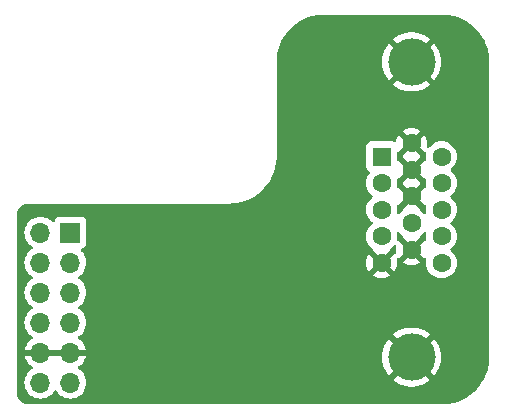
<source format=gbr>
%TF.GenerationSoftware,KiCad,Pcbnew,8.0.2*%
%TF.CreationDate,2024-06-11T02:39:08+02:00*%
%TF.ProjectId,tiny-vga,74696e79-2d76-4676-912e-6b696361645f,v1.0*%
%TF.SameCoordinates,Original*%
%TF.FileFunction,Copper,L2,Bot*%
%TF.FilePolarity,Positive*%
%FSLAX46Y46*%
G04 Gerber Fmt 4.6, Leading zero omitted, Abs format (unit mm)*
G04 Created by KiCad (PCBNEW 8.0.2) date 2024-06-11 02:39:08*
%MOMM*%
%LPD*%
G01*
G04 APERTURE LIST*
%TA.AperFunction,ComponentPad*%
%ADD10R,1.700000X1.700000*%
%TD*%
%TA.AperFunction,ComponentPad*%
%ADD11O,1.700000X1.700000*%
%TD*%
%TA.AperFunction,ComponentPad*%
%ADD12C,4.000000*%
%TD*%
%TA.AperFunction,ComponentPad*%
%ADD13R,1.600000X1.600000*%
%TD*%
%TA.AperFunction,ComponentPad*%
%ADD14C,1.600000*%
%TD*%
%TA.AperFunction,ViaPad*%
%ADD15C,0.800000*%
%TD*%
G04 APERTURE END LIST*
D10*
%TO.P,J1,1,Pin_1*%
%TO.N,PMOD1*%
X132540000Y-79460000D03*
D11*
%TO.P,J1,2,Pin_2*%
%TO.N,PMOD2*%
X132540000Y-82000000D03*
%TO.P,J1,3,Pin_3*%
%TO.N,PMOD3*%
X132540000Y-84540000D03*
%TO.P,J1,4,Pin_4*%
%TO.N,PMOD4*%
X132540000Y-87080000D03*
%TO.P,J1,5,Pin_5*%
%TO.N,GND*%
X132540000Y-89620000D03*
%TO.P,J1,6,Pin_6*%
%TO.N,+3.3V*%
X132540000Y-92160000D03*
%TO.P,J1,7,Pin_7*%
%TO.N,PMOD5*%
X130000000Y-79460000D03*
%TO.P,J1,8,Pin_8*%
%TO.N,PMOD6*%
X130000000Y-82000000D03*
%TO.P,J1,9,Pin_9*%
%TO.N,PMOD7*%
X130000000Y-84540000D03*
%TO.P,J1,10,Pin_10*%
%TO.N,PMOD8*%
X130000000Y-87080000D03*
%TO.P,J1,11,Pin_11*%
%TO.N,GND*%
X130000000Y-89620000D03*
%TO.P,J1,12,Pin_12*%
%TO.N,+3.3V*%
X130000000Y-92160000D03*
%TD*%
D12*
%TO.P,J2,0*%
%TO.N,GND*%
X161420000Y-90015000D03*
X161420000Y-65015000D03*
D13*
%TO.P,J2,1*%
%TO.N,AnalogR*%
X158880000Y-73025000D03*
D14*
%TO.P,J2,2*%
%TO.N,AnalogG*%
X158880000Y-75275000D03*
%TO.P,J2,3*%
%TO.N,AnalogB*%
X158880000Y-77525000D03*
%TO.P,J2,4*%
%TO.N,unconnected-(J2-Pad4)*%
X158880000Y-79775000D03*
%TO.P,J2,5*%
%TO.N,GND*%
X158880000Y-82025000D03*
%TO.P,J2,6*%
X161420000Y-71900000D03*
%TO.P,J2,7*%
X161420000Y-74150000D03*
%TO.P,J2,8*%
X161420000Y-76400000D03*
%TO.P,J2,9*%
%TO.N,unconnected-(J2-Pad9)*%
X161420000Y-78650000D03*
%TO.P,J2,10*%
%TO.N,GND*%
X161420000Y-80900000D03*
%TO.P,J2,11*%
%TO.N,unconnected-(J2-Pad11)*%
X163960000Y-73025000D03*
%TO.P,J2,12*%
%TO.N,unconnected-(J2-Pad12)*%
X163960000Y-75275000D03*
%TO.P,J2,13*%
%TO.N,Net-(J2-Pad13)*%
X163960000Y-77525000D03*
%TO.P,J2,14*%
%TO.N,Net-(J2-Pad14)*%
X163960000Y-79775000D03*
%TO.P,J2,15*%
%TO.N,unconnected-(J2-Pad15)*%
X163960000Y-82025000D03*
%TD*%
D15*
%TO.N,GND*%
X142500000Y-86350000D03*
X153800000Y-66900000D03*
X145200000Y-86400000D03*
X153711500Y-80600000D03*
X139800000Y-89900000D03*
X145450000Y-81550000D03*
X153700000Y-74000000D03*
%TD*%
%TA.AperFunction,Conductor*%
%TO.N,GND*%
G36*
X132074075Y-89427007D02*
G01*
X132040000Y-89554174D01*
X132040000Y-89685826D01*
X132074075Y-89812993D01*
X132106988Y-89870000D01*
X130433012Y-89870000D01*
X130465925Y-89812993D01*
X130500000Y-89685826D01*
X130500000Y-89554174D01*
X130465925Y-89427007D01*
X130433012Y-89370000D01*
X132106988Y-89370000D01*
X132074075Y-89427007D01*
G37*
%TD.AperFunction*%
%TA.AperFunction,Conductor*%
G36*
X160101600Y-80544679D02*
G01*
X160137015Y-80604908D01*
X160136521Y-80667191D01*
X160134861Y-80673386D01*
X160134858Y-80673400D01*
X160115034Y-80899997D01*
X160115034Y-80900002D01*
X160134858Y-81126599D01*
X160134860Y-81126610D01*
X160140692Y-81148374D01*
X160139029Y-81218224D01*
X160099866Y-81276086D01*
X160035638Y-81303590D01*
X160010112Y-81303995D01*
X159959025Y-81299526D01*
X159403787Y-81854764D01*
X159392518Y-81812708D01*
X159320110Y-81687292D01*
X159217708Y-81584890D01*
X159092292Y-81512482D01*
X159050234Y-81501212D01*
X159605471Y-80945974D01*
X159604181Y-80931229D01*
X159617947Y-80862729D01*
X159656584Y-80818847D01*
X159719139Y-80775047D01*
X159880047Y-80614139D01*
X159915171Y-80563976D01*
X159969747Y-80520351D01*
X160039245Y-80513157D01*
X160101600Y-80544679D01*
G37*
%TD.AperFunction*%
%TA.AperFunction,Conductor*%
G36*
X160338263Y-79399755D02*
G01*
X160385666Y-79440172D01*
X160419956Y-79489143D01*
X160580857Y-79650044D01*
X160580860Y-79650046D01*
X160580861Y-79650047D01*
X160643412Y-79693845D01*
X160687037Y-79748421D01*
X160695817Y-79806226D01*
X160694526Y-79820973D01*
X161249765Y-80376212D01*
X161207708Y-80387482D01*
X161082292Y-80459890D01*
X160979890Y-80562292D01*
X160907482Y-80687708D01*
X160896212Y-80729764D01*
X160340974Y-80174526D01*
X160290419Y-80178949D01*
X160221919Y-80165182D01*
X160171736Y-80116567D01*
X160155803Y-80048538D01*
X160159838Y-80023325D01*
X160165635Y-80001692D01*
X160185468Y-79775000D01*
X160165635Y-79548308D01*
X160164319Y-79543396D01*
X160165976Y-79473549D01*
X160205134Y-79415683D01*
X160269360Y-79388174D01*
X160338263Y-79399755D01*
G37*
%TD.AperFunction*%
%TA.AperFunction,Conductor*%
G36*
X162640762Y-79420876D02*
G01*
X162676177Y-79481106D01*
X162675683Y-79543388D01*
X162674367Y-79548299D01*
X162674364Y-79548313D01*
X162654532Y-79774998D01*
X162654532Y-79775001D01*
X162674364Y-80001686D01*
X162674367Y-80001700D01*
X162680162Y-80023329D01*
X162678498Y-80093179D01*
X162639335Y-80151041D01*
X162575106Y-80178544D01*
X162549581Y-80178949D01*
X162499025Y-80174526D01*
X161943787Y-80729764D01*
X161932518Y-80687708D01*
X161860110Y-80562292D01*
X161757708Y-80459890D01*
X161632292Y-80387482D01*
X161590234Y-80376212D01*
X162145471Y-79820974D01*
X162144181Y-79806229D01*
X162157947Y-79737729D01*
X162196584Y-79693847D01*
X162259139Y-79650047D01*
X162420047Y-79489139D01*
X162454332Y-79440173D01*
X162508909Y-79396548D01*
X162578407Y-79389354D01*
X162640762Y-79420876D01*
G37*
%TD.AperFunction*%
%TA.AperFunction,Conductor*%
G36*
X162499024Y-77125471D02*
G01*
X162549580Y-77121049D01*
X162618080Y-77134816D01*
X162668263Y-77183431D01*
X162684196Y-77251460D01*
X162680163Y-77276666D01*
X162674366Y-77298300D01*
X162674364Y-77298313D01*
X162654532Y-77524998D01*
X162654532Y-77525001D01*
X162674364Y-77751686D01*
X162674367Y-77751701D01*
X162675682Y-77756608D01*
X162674020Y-77826458D01*
X162634859Y-77884321D01*
X162570631Y-77911826D01*
X162501728Y-77900240D01*
X162454333Y-77859826D01*
X162420046Y-77810859D01*
X162259141Y-77649954D01*
X162196586Y-77606153D01*
X162152961Y-77551577D01*
X162144181Y-77493770D01*
X162145471Y-77479024D01*
X161590234Y-76923787D01*
X161632292Y-76912518D01*
X161757708Y-76840110D01*
X161860110Y-76737708D01*
X161932518Y-76612292D01*
X161943787Y-76570234D01*
X162499024Y-77125471D01*
G37*
%TD.AperFunction*%
%TA.AperFunction,Conductor*%
G36*
X160907482Y-76612292D02*
G01*
X160979890Y-76737708D01*
X161082292Y-76840110D01*
X161207708Y-76912518D01*
X161249765Y-76923787D01*
X160694526Y-77479025D01*
X160695817Y-77493773D01*
X160682050Y-77562273D01*
X160643412Y-77606154D01*
X160580859Y-77649953D01*
X160419955Y-77810857D01*
X160385665Y-77859828D01*
X160331088Y-77903452D01*
X160261589Y-77910644D01*
X160199235Y-77879121D01*
X160163822Y-77818891D01*
X160164319Y-77756599D01*
X160165635Y-77751692D01*
X160185468Y-77525000D01*
X160165635Y-77298308D01*
X160159837Y-77276669D01*
X160161500Y-77206821D01*
X160200662Y-77148958D01*
X160264891Y-77121454D01*
X160290420Y-77121049D01*
X160340974Y-77125472D01*
X160896212Y-76570234D01*
X160907482Y-76612292D01*
G37*
%TD.AperFunction*%
%TA.AperFunction,Conductor*%
G36*
X160907482Y-74362292D02*
G01*
X160979890Y-74487708D01*
X161082292Y-74590110D01*
X161207708Y-74662518D01*
X161249765Y-74673787D01*
X160694525Y-75229025D01*
X160697602Y-75264196D01*
X160697602Y-75285811D01*
X160694525Y-75320972D01*
X161249765Y-75876212D01*
X161207708Y-75887482D01*
X161082292Y-75959890D01*
X160979890Y-76062292D01*
X160907482Y-76187708D01*
X160896212Y-76229764D01*
X160340974Y-75674526D01*
X160290419Y-75678949D01*
X160221919Y-75665182D01*
X160171736Y-75616567D01*
X160155803Y-75548538D01*
X160159838Y-75523325D01*
X160165635Y-75501692D01*
X160185468Y-75275000D01*
X160165635Y-75048308D01*
X160159837Y-75026669D01*
X160161500Y-74956821D01*
X160200662Y-74898958D01*
X160264891Y-74871454D01*
X160290420Y-74871049D01*
X160340974Y-74875472D01*
X160896212Y-74320234D01*
X160907482Y-74362292D01*
G37*
%TD.AperFunction*%
%TA.AperFunction,Conductor*%
G36*
X162499024Y-74875471D02*
G01*
X162549580Y-74871049D01*
X162618080Y-74884816D01*
X162668263Y-74933431D01*
X162684196Y-75001460D01*
X162680163Y-75026666D01*
X162674366Y-75048300D01*
X162674364Y-75048313D01*
X162654532Y-75274998D01*
X162654532Y-75275001D01*
X162674364Y-75501686D01*
X162674367Y-75501700D01*
X162680162Y-75523329D01*
X162678498Y-75593179D01*
X162639335Y-75651041D01*
X162575106Y-75678544D01*
X162549581Y-75678949D01*
X162499025Y-75674526D01*
X161943787Y-76229764D01*
X161932518Y-76187708D01*
X161860110Y-76062292D01*
X161757708Y-75959890D01*
X161632292Y-75887482D01*
X161590234Y-75876212D01*
X162145472Y-75320974D01*
X162142395Y-75285805D01*
X162142395Y-75264190D01*
X162145471Y-75229024D01*
X161590234Y-74673787D01*
X161632292Y-74662518D01*
X161757708Y-74590110D01*
X161860110Y-74487708D01*
X161932518Y-74362292D01*
X161943787Y-74320234D01*
X162499024Y-74875471D01*
G37*
%TD.AperFunction*%
%TA.AperFunction,Conductor*%
G36*
X160907482Y-72112292D02*
G01*
X160979890Y-72237708D01*
X161082292Y-72340110D01*
X161207708Y-72412518D01*
X161249765Y-72423787D01*
X160694525Y-72979025D01*
X160697602Y-73014196D01*
X160697602Y-73035811D01*
X160694525Y-73070972D01*
X161249765Y-73626212D01*
X161207708Y-73637482D01*
X161082292Y-73709890D01*
X160979890Y-73812292D01*
X160907482Y-73937708D01*
X160896212Y-73979764D01*
X160340974Y-73424526D01*
X160315306Y-73426772D01*
X160246806Y-73413005D01*
X160196623Y-73364390D01*
X160180499Y-73303246D01*
X160180499Y-72746752D01*
X160200184Y-72679715D01*
X160252988Y-72633960D01*
X160315308Y-72623226D01*
X160340975Y-72625471D01*
X160896212Y-72070234D01*
X160907482Y-72112292D01*
G37*
%TD.AperFunction*%
%TA.AperFunction,Conductor*%
G36*
X162499024Y-72625471D02*
G01*
X162549580Y-72621049D01*
X162618080Y-72634816D01*
X162668263Y-72683431D01*
X162684196Y-72751460D01*
X162680163Y-72776666D01*
X162674366Y-72798300D01*
X162674364Y-72798313D01*
X162654532Y-73024998D01*
X162654532Y-73025001D01*
X162674364Y-73251686D01*
X162674367Y-73251700D01*
X162680162Y-73273329D01*
X162678498Y-73343179D01*
X162639335Y-73401041D01*
X162575106Y-73428544D01*
X162549581Y-73428949D01*
X162499025Y-73424526D01*
X161943787Y-73979764D01*
X161932518Y-73937708D01*
X161860110Y-73812292D01*
X161757708Y-73709890D01*
X161632292Y-73637482D01*
X161590234Y-73626212D01*
X162145472Y-73070974D01*
X162142395Y-73035805D01*
X162142395Y-73014190D01*
X162145471Y-72979024D01*
X161590234Y-72423787D01*
X161632292Y-72412518D01*
X161757708Y-72340110D01*
X161860110Y-72237708D01*
X161932518Y-72112292D01*
X161943787Y-72070234D01*
X162499024Y-72625471D01*
G37*
%TD.AperFunction*%
%TA.AperFunction,Conductor*%
G36*
X164000733Y-61000008D02*
G01*
X164191077Y-61002343D01*
X164201681Y-61002930D01*
X164581224Y-61040312D01*
X164593249Y-61042096D01*
X164966527Y-61116345D01*
X164978329Y-61119301D01*
X165342544Y-61229785D01*
X165354002Y-61233885D01*
X165705627Y-61379532D01*
X165716626Y-61384734D01*
X166052282Y-61564147D01*
X166062713Y-61570399D01*
X166379169Y-61781849D01*
X166388942Y-61789097D01*
X166683148Y-62030544D01*
X166692165Y-62038717D01*
X166961282Y-62307834D01*
X166969455Y-62316851D01*
X167210902Y-62611057D01*
X167218150Y-62620830D01*
X167429600Y-62937286D01*
X167435856Y-62947724D01*
X167615264Y-63283372D01*
X167620467Y-63294372D01*
X167766114Y-63645997D01*
X167770214Y-63657455D01*
X167880698Y-64021670D01*
X167883654Y-64033474D01*
X167957902Y-64406744D01*
X167959688Y-64418781D01*
X167997068Y-64798304D01*
X167997656Y-64808937D01*
X167999991Y-64999266D01*
X168000000Y-65000787D01*
X168000000Y-89999212D01*
X167999991Y-90000733D01*
X167997656Y-90191062D01*
X167997068Y-90201695D01*
X167959688Y-90581218D01*
X167957902Y-90593255D01*
X167883654Y-90966525D01*
X167880698Y-90978329D01*
X167770214Y-91342544D01*
X167766114Y-91354002D01*
X167620467Y-91705627D01*
X167615264Y-91716627D01*
X167435856Y-92052275D01*
X167429600Y-92062713D01*
X167218150Y-92379169D01*
X167210902Y-92388942D01*
X166969455Y-92683148D01*
X166961282Y-92692165D01*
X166692165Y-92961282D01*
X166683148Y-92969455D01*
X166388942Y-93210902D01*
X166379169Y-93218150D01*
X166062713Y-93429600D01*
X166052275Y-93435856D01*
X165716627Y-93615264D01*
X165705627Y-93620467D01*
X165354002Y-93766114D01*
X165342544Y-93770214D01*
X164978329Y-93880698D01*
X164966525Y-93883654D01*
X164593255Y-93957902D01*
X164581218Y-93959688D01*
X164201695Y-93997068D01*
X164191062Y-93997656D01*
X164000734Y-93999991D01*
X163999213Y-94000000D01*
X129001527Y-94000000D01*
X128998490Y-93999963D01*
X128912420Y-93997854D01*
X128891266Y-93995508D01*
X128720993Y-93961639D01*
X128697731Y-93954583D01*
X128538745Y-93888728D01*
X128517307Y-93877269D01*
X128374224Y-93781664D01*
X128355434Y-93766243D01*
X128233756Y-93644565D01*
X128218335Y-93625775D01*
X128122730Y-93482692D01*
X128111271Y-93461254D01*
X128099561Y-93432983D01*
X128045413Y-93302261D01*
X128038362Y-93279013D01*
X128004490Y-93108728D01*
X128002145Y-93087578D01*
X128000037Y-93001509D01*
X128000000Y-92998473D01*
X128000000Y-79459999D01*
X128644341Y-79459999D01*
X128644341Y-79460000D01*
X128664936Y-79695403D01*
X128664938Y-79695413D01*
X128726094Y-79923655D01*
X128726096Y-79923659D01*
X128726097Y-79923663D01*
X128805144Y-80093179D01*
X128825965Y-80137830D01*
X128825967Y-80137834D01*
X128961501Y-80331395D01*
X128961506Y-80331402D01*
X129128597Y-80498493D01*
X129128603Y-80498498D01*
X129314158Y-80628425D01*
X129357783Y-80683002D01*
X129364977Y-80752500D01*
X129333454Y-80814855D01*
X129314158Y-80831575D01*
X129128597Y-80961505D01*
X128961505Y-81128597D01*
X128825965Y-81322169D01*
X128825964Y-81322171D01*
X128726098Y-81536335D01*
X128726094Y-81536344D01*
X128664938Y-81764586D01*
X128664936Y-81764596D01*
X128644341Y-81999999D01*
X128644341Y-82000000D01*
X128664936Y-82235403D01*
X128664938Y-82235413D01*
X128726094Y-82463655D01*
X128726096Y-82463659D01*
X128726097Y-82463663D01*
X128806004Y-82635023D01*
X128825965Y-82677830D01*
X128825967Y-82677834D01*
X128934281Y-82832521D01*
X128961501Y-82871396D01*
X128961506Y-82871402D01*
X129128597Y-83038493D01*
X129128603Y-83038498D01*
X129314158Y-83168425D01*
X129357783Y-83223002D01*
X129364977Y-83292500D01*
X129333454Y-83354855D01*
X129314158Y-83371575D01*
X129128597Y-83501505D01*
X128961505Y-83668597D01*
X128825965Y-83862169D01*
X128825964Y-83862171D01*
X128726098Y-84076335D01*
X128726094Y-84076344D01*
X128664938Y-84304586D01*
X128664936Y-84304596D01*
X128644341Y-84539999D01*
X128644341Y-84540000D01*
X128664936Y-84775403D01*
X128664938Y-84775413D01*
X128726094Y-85003655D01*
X128726096Y-85003659D01*
X128726097Y-85003663D01*
X128730000Y-85012032D01*
X128825965Y-85217830D01*
X128825967Y-85217834D01*
X128934281Y-85372521D01*
X128961501Y-85411396D01*
X128961506Y-85411402D01*
X129128597Y-85578493D01*
X129128603Y-85578498D01*
X129314158Y-85708425D01*
X129357783Y-85763002D01*
X129364977Y-85832500D01*
X129333454Y-85894855D01*
X129314158Y-85911575D01*
X129128597Y-86041505D01*
X128961505Y-86208597D01*
X128825965Y-86402169D01*
X128825964Y-86402171D01*
X128726098Y-86616335D01*
X128726094Y-86616344D01*
X128664938Y-86844586D01*
X128664936Y-86844596D01*
X128644341Y-87079999D01*
X128644341Y-87080000D01*
X128664936Y-87315403D01*
X128664938Y-87315413D01*
X128726094Y-87543655D01*
X128726096Y-87543659D01*
X128726097Y-87543663D01*
X128730000Y-87552032D01*
X128825965Y-87757830D01*
X128825967Y-87757834D01*
X128925523Y-87900014D01*
X128961501Y-87951396D01*
X128961506Y-87951402D01*
X129128597Y-88118493D01*
X129128603Y-88118498D01*
X129314594Y-88248730D01*
X129358219Y-88303307D01*
X129365413Y-88372805D01*
X129333890Y-88435160D01*
X129314595Y-88451880D01*
X129128922Y-88581890D01*
X129128920Y-88581891D01*
X128961891Y-88748920D01*
X128961886Y-88748926D01*
X128826400Y-88942420D01*
X128826399Y-88942422D01*
X128726570Y-89156507D01*
X128726567Y-89156513D01*
X128669364Y-89369999D01*
X128669364Y-89370000D01*
X129566988Y-89370000D01*
X129534075Y-89427007D01*
X129500000Y-89554174D01*
X129500000Y-89685826D01*
X129534075Y-89812993D01*
X129566988Y-89870000D01*
X128669364Y-89870000D01*
X128726567Y-90083486D01*
X128726570Y-90083492D01*
X128826399Y-90297578D01*
X128961894Y-90491082D01*
X129128917Y-90658105D01*
X129314595Y-90788119D01*
X129358219Y-90842696D01*
X129365412Y-90912195D01*
X129333890Y-90974549D01*
X129314595Y-90991269D01*
X129128594Y-91121508D01*
X128961505Y-91288597D01*
X128825965Y-91482169D01*
X128825964Y-91482171D01*
X128726098Y-91696335D01*
X128726094Y-91696344D01*
X128664938Y-91924586D01*
X128664936Y-91924596D01*
X128644341Y-92159999D01*
X128644341Y-92160000D01*
X128664936Y-92395398D01*
X128664938Y-92395413D01*
X128726094Y-92623655D01*
X128726096Y-92623659D01*
X128726097Y-92623663D01*
X128758040Y-92692165D01*
X128825965Y-92837830D01*
X128825967Y-92837834D01*
X128912407Y-92961282D01*
X128961505Y-93031401D01*
X129128599Y-93198495D01*
X129225384Y-93266265D01*
X129322165Y-93334032D01*
X129322167Y-93334033D01*
X129322170Y-93334035D01*
X129536337Y-93433903D01*
X129536343Y-93433904D01*
X129536344Y-93433905D01*
X129591285Y-93448626D01*
X129764592Y-93495063D01*
X129952918Y-93511539D01*
X129999999Y-93515659D01*
X130000000Y-93515659D01*
X130000001Y-93515659D01*
X130039234Y-93512226D01*
X130235408Y-93495063D01*
X130463663Y-93433903D01*
X130677830Y-93334035D01*
X130871401Y-93198495D01*
X131038495Y-93031401D01*
X131168425Y-92845842D01*
X131223002Y-92802217D01*
X131292500Y-92795023D01*
X131354855Y-92826546D01*
X131371575Y-92845842D01*
X131501500Y-93031395D01*
X131501505Y-93031401D01*
X131668599Y-93198495D01*
X131765384Y-93266265D01*
X131862165Y-93334032D01*
X131862167Y-93334033D01*
X131862170Y-93334035D01*
X132076337Y-93433903D01*
X132076343Y-93433904D01*
X132076344Y-93433905D01*
X132131285Y-93448626D01*
X132304592Y-93495063D01*
X132492918Y-93511539D01*
X132539999Y-93515659D01*
X132540000Y-93515659D01*
X132540001Y-93515659D01*
X132579234Y-93512226D01*
X132775408Y-93495063D01*
X133003663Y-93433903D01*
X133217830Y-93334035D01*
X133411401Y-93198495D01*
X133578495Y-93031401D01*
X133714035Y-92837830D01*
X133813903Y-92623663D01*
X133875063Y-92395408D01*
X133895659Y-92160000D01*
X133875063Y-91924592D01*
X133813903Y-91696337D01*
X133714035Y-91482171D01*
X133708425Y-91474158D01*
X133578494Y-91288597D01*
X133411402Y-91121506D01*
X133411401Y-91121505D01*
X133225405Y-90991269D01*
X133181781Y-90936692D01*
X133174588Y-90867193D01*
X133206110Y-90804839D01*
X133225405Y-90788119D01*
X133411082Y-90658105D01*
X133578105Y-90491082D01*
X133713600Y-90297578D01*
X133813429Y-90083492D01*
X133813432Y-90083486D01*
X133831785Y-90014994D01*
X158915057Y-90014994D01*
X158915057Y-90015005D01*
X158934807Y-90328942D01*
X158934808Y-90328949D01*
X158993755Y-90637958D01*
X159090963Y-90937132D01*
X159090965Y-90937137D01*
X159224900Y-91221761D01*
X159224903Y-91221767D01*
X159393457Y-91487367D01*
X159393460Y-91487371D01*
X159484286Y-91597160D01*
X160125748Y-90955698D01*
X160199588Y-91057330D01*
X160377670Y-91235412D01*
X160479300Y-91309250D01*
X159834971Y-91953579D01*
X159834972Y-91953581D01*
X160077772Y-92129985D01*
X160077790Y-92129996D01*
X160353447Y-92281540D01*
X160353455Y-92281544D01*
X160645926Y-92397340D01*
X160950620Y-92475573D01*
X160950629Y-92475575D01*
X161262701Y-92514999D01*
X161262715Y-92515000D01*
X161577285Y-92515000D01*
X161577298Y-92514999D01*
X161889370Y-92475575D01*
X161889379Y-92475573D01*
X162194073Y-92397340D01*
X162486544Y-92281544D01*
X162486552Y-92281540D01*
X162762209Y-92129996D01*
X162762219Y-92129990D01*
X163005026Y-91953579D01*
X163005027Y-91953579D01*
X162360698Y-91309251D01*
X162462330Y-91235412D01*
X162640412Y-91057330D01*
X162714251Y-90955698D01*
X163355712Y-91597160D01*
X163446544Y-91487364D01*
X163615096Y-91221767D01*
X163615099Y-91221761D01*
X163749034Y-90937137D01*
X163749036Y-90937132D01*
X163846244Y-90637958D01*
X163905191Y-90328949D01*
X163905192Y-90328942D01*
X163924943Y-90015005D01*
X163924943Y-90014994D01*
X163905192Y-89701057D01*
X163905191Y-89701050D01*
X163846244Y-89392041D01*
X163749036Y-89092867D01*
X163749034Y-89092862D01*
X163615099Y-88808238D01*
X163615096Y-88808232D01*
X163446542Y-88542632D01*
X163446539Y-88542628D01*
X163355712Y-88432838D01*
X162714250Y-89074300D01*
X162640412Y-88972670D01*
X162462330Y-88794588D01*
X162360698Y-88720748D01*
X163005027Y-88076419D01*
X163005026Y-88076417D01*
X162762227Y-87900014D01*
X162762209Y-87900003D01*
X162486552Y-87748459D01*
X162486544Y-87748455D01*
X162194073Y-87632659D01*
X161889379Y-87554426D01*
X161889370Y-87554424D01*
X161577298Y-87515000D01*
X161262701Y-87515000D01*
X160950629Y-87554424D01*
X160950620Y-87554426D01*
X160645926Y-87632659D01*
X160353455Y-87748455D01*
X160353447Y-87748459D01*
X160077787Y-87900004D01*
X160077782Y-87900007D01*
X159834972Y-88076418D01*
X159834971Y-88076419D01*
X160479301Y-88720748D01*
X160377670Y-88794588D01*
X160199588Y-88972670D01*
X160125748Y-89074300D01*
X159484286Y-88432838D01*
X159484285Y-88432838D01*
X159393459Y-88542629D01*
X159393457Y-88542632D01*
X159224903Y-88808232D01*
X159224900Y-88808238D01*
X159090965Y-89092862D01*
X159090963Y-89092867D01*
X158993755Y-89392041D01*
X158934808Y-89701050D01*
X158934807Y-89701057D01*
X158915057Y-90014994D01*
X133831785Y-90014994D01*
X133870636Y-89870000D01*
X132973012Y-89870000D01*
X133005925Y-89812993D01*
X133040000Y-89685826D01*
X133040000Y-89554174D01*
X133005925Y-89427007D01*
X132973012Y-89370000D01*
X133870636Y-89370000D01*
X133870635Y-89369999D01*
X133813432Y-89156513D01*
X133813429Y-89156507D01*
X133713600Y-88942422D01*
X133713599Y-88942420D01*
X133578113Y-88748926D01*
X133578108Y-88748920D01*
X133411078Y-88581890D01*
X133225405Y-88451879D01*
X133181780Y-88397302D01*
X133174588Y-88327804D01*
X133206110Y-88265449D01*
X133225406Y-88248730D01*
X133411401Y-88118495D01*
X133578495Y-87951401D01*
X133714035Y-87757830D01*
X133813903Y-87543663D01*
X133875063Y-87315408D01*
X133895659Y-87080000D01*
X133875063Y-86844592D01*
X133813903Y-86616337D01*
X133714035Y-86402171D01*
X133708425Y-86394158D01*
X133578494Y-86208597D01*
X133411402Y-86041506D01*
X133411396Y-86041501D01*
X133225842Y-85911575D01*
X133182217Y-85856998D01*
X133175023Y-85787500D01*
X133206546Y-85725145D01*
X133225842Y-85708425D01*
X133248026Y-85692891D01*
X133411401Y-85578495D01*
X133578495Y-85411401D01*
X133714035Y-85217830D01*
X133813903Y-85003663D01*
X133875063Y-84775408D01*
X133895659Y-84540000D01*
X133875063Y-84304592D01*
X133813903Y-84076337D01*
X133714035Y-83862171D01*
X133708425Y-83854158D01*
X133578494Y-83668597D01*
X133411402Y-83501506D01*
X133411396Y-83501501D01*
X133225842Y-83371575D01*
X133182217Y-83316998D01*
X133175023Y-83247500D01*
X133206546Y-83185145D01*
X133225842Y-83168425D01*
X133248026Y-83152891D01*
X133411401Y-83038495D01*
X133578495Y-82871401D01*
X133714035Y-82677830D01*
X133813903Y-82463663D01*
X133875063Y-82235408D01*
X133895659Y-82000000D01*
X133875063Y-81764592D01*
X133825203Y-81578511D01*
X133813905Y-81536344D01*
X133813904Y-81536343D01*
X133813903Y-81536337D01*
X133714035Y-81322171D01*
X133708424Y-81314158D01*
X133578496Y-81128600D01*
X133530364Y-81080468D01*
X133456567Y-81006671D01*
X133423084Y-80945351D01*
X133428068Y-80875659D01*
X133469939Y-80819725D01*
X133500915Y-80802810D01*
X133632331Y-80753796D01*
X133747546Y-80667546D01*
X133833796Y-80552331D01*
X133884091Y-80417483D01*
X133890500Y-80357873D01*
X133890499Y-78562128D01*
X133884091Y-78502517D01*
X133882810Y-78499083D01*
X133833797Y-78367671D01*
X133833793Y-78367664D01*
X133747547Y-78252455D01*
X133747544Y-78252452D01*
X133632335Y-78166206D01*
X133632328Y-78166202D01*
X133497482Y-78115908D01*
X133497483Y-78115908D01*
X133437883Y-78109501D01*
X133437881Y-78109500D01*
X133437873Y-78109500D01*
X133437864Y-78109500D01*
X131642129Y-78109500D01*
X131642123Y-78109501D01*
X131582516Y-78115908D01*
X131447671Y-78166202D01*
X131447664Y-78166206D01*
X131332455Y-78252452D01*
X131332452Y-78252455D01*
X131246206Y-78367664D01*
X131246203Y-78367669D01*
X131197189Y-78499083D01*
X131155317Y-78555016D01*
X131089853Y-78579433D01*
X131021580Y-78564581D01*
X130993326Y-78543430D01*
X130871402Y-78421506D01*
X130871395Y-78421501D01*
X130677834Y-78285967D01*
X130677830Y-78285965D01*
X130631485Y-78264354D01*
X130463663Y-78186097D01*
X130463659Y-78186096D01*
X130463655Y-78186094D01*
X130235413Y-78124938D01*
X130235403Y-78124936D01*
X130000001Y-78104341D01*
X129999999Y-78104341D01*
X129764596Y-78124936D01*
X129764586Y-78124938D01*
X129536344Y-78186094D01*
X129536335Y-78186098D01*
X129322171Y-78285964D01*
X129322169Y-78285965D01*
X129128597Y-78421505D01*
X128961505Y-78588597D01*
X128825965Y-78782169D01*
X128825964Y-78782171D01*
X128726098Y-78996335D01*
X128726094Y-78996344D01*
X128664938Y-79224586D01*
X128664936Y-79224596D01*
X128644341Y-79459999D01*
X128000000Y-79459999D01*
X128000000Y-78001526D01*
X128000037Y-77998490D01*
X128002145Y-77912421D01*
X128004490Y-77891272D01*
X128038362Y-77720983D01*
X128045412Y-77697741D01*
X128111274Y-77538738D01*
X128122726Y-77517314D01*
X128218338Y-77374219D01*
X128233751Y-77355439D01*
X128355439Y-77233751D01*
X128374219Y-77218338D01*
X128517314Y-77122726D01*
X128538738Y-77111274D01*
X128697741Y-77045412D01*
X128720983Y-77038362D01*
X128891272Y-77004490D01*
X128912415Y-77002145D01*
X128993037Y-77000170D01*
X128998491Y-77000037D01*
X129001527Y-77000000D01*
X145999973Y-77000000D01*
X146000000Y-77000000D01*
X146196389Y-76997591D01*
X146587276Y-76959092D01*
X146662265Y-76944175D01*
X146972486Y-76882470D01*
X146972497Y-76882467D01*
X146972497Y-76882466D01*
X146972507Y-76882465D01*
X147348372Y-76768447D01*
X147711252Y-76618138D01*
X148057651Y-76432983D01*
X148384234Y-76214767D01*
X148687856Y-75965592D01*
X148965592Y-75687856D01*
X149214767Y-75384234D01*
X149287756Y-75274998D01*
X157574532Y-75274998D01*
X157574532Y-75275001D01*
X157594364Y-75501686D01*
X157594366Y-75501697D01*
X157653258Y-75721488D01*
X157653261Y-75721497D01*
X157749431Y-75927732D01*
X157749432Y-75927734D01*
X157879954Y-76114141D01*
X158040860Y-76275047D01*
X158074248Y-76298426D01*
X158117873Y-76353003D01*
X158125065Y-76422501D01*
X158093542Y-76484856D01*
X158074248Y-76501574D01*
X158040860Y-76524952D01*
X157879954Y-76685858D01*
X157749432Y-76872265D01*
X157749431Y-76872267D01*
X157653261Y-77078502D01*
X157653258Y-77078511D01*
X157594366Y-77298302D01*
X157594364Y-77298313D01*
X157574532Y-77524998D01*
X157574532Y-77525001D01*
X157594364Y-77751686D01*
X157594366Y-77751697D01*
X157653258Y-77971488D01*
X157653261Y-77971497D01*
X157749431Y-78177732D01*
X157749432Y-78177734D01*
X157879954Y-78364141D01*
X158040860Y-78525047D01*
X158074248Y-78548426D01*
X158117873Y-78603003D01*
X158125065Y-78672501D01*
X158093542Y-78734856D01*
X158074248Y-78751574D01*
X158040860Y-78774952D01*
X157879954Y-78935858D01*
X157749432Y-79122265D01*
X157749431Y-79122267D01*
X157653261Y-79328502D01*
X157653258Y-79328511D01*
X157594366Y-79548302D01*
X157594364Y-79548313D01*
X157574532Y-79774998D01*
X157574532Y-79775001D01*
X157594364Y-80001686D01*
X157594366Y-80001697D01*
X157653258Y-80221488D01*
X157653261Y-80221497D01*
X157749431Y-80427732D01*
X157749432Y-80427734D01*
X157879954Y-80614141D01*
X158040857Y-80775044D01*
X158040860Y-80775046D01*
X158040861Y-80775047D01*
X158103412Y-80818845D01*
X158147037Y-80873421D01*
X158155817Y-80931226D01*
X158154526Y-80945973D01*
X158709765Y-81501212D01*
X158667708Y-81512482D01*
X158542292Y-81584890D01*
X158439890Y-81687292D01*
X158367482Y-81812708D01*
X158356212Y-81854764D01*
X157800974Y-81299526D01*
X157800973Y-81299526D01*
X157749868Y-81372512D01*
X157749866Y-81372516D01*
X157653734Y-81578673D01*
X157653730Y-81578682D01*
X157594860Y-81798389D01*
X157594858Y-81798400D01*
X157575034Y-82024997D01*
X157575034Y-82025002D01*
X157594858Y-82251599D01*
X157594860Y-82251609D01*
X157653730Y-82471317D01*
X157653735Y-82471331D01*
X157749863Y-82677478D01*
X157800974Y-82750472D01*
X158356212Y-82195234D01*
X158367482Y-82237292D01*
X158439890Y-82362708D01*
X158542292Y-82465110D01*
X158667708Y-82537518D01*
X158709765Y-82548787D01*
X158154526Y-83104025D01*
X158227513Y-83155132D01*
X158227521Y-83155136D01*
X158433668Y-83251264D01*
X158433682Y-83251269D01*
X158653389Y-83310139D01*
X158653400Y-83310141D01*
X158879998Y-83329966D01*
X158880002Y-83329966D01*
X159106599Y-83310141D01*
X159106610Y-83310139D01*
X159326317Y-83251269D01*
X159326331Y-83251264D01*
X159532478Y-83155136D01*
X159605471Y-83104024D01*
X159050234Y-82548787D01*
X159092292Y-82537518D01*
X159217708Y-82465110D01*
X159320110Y-82362708D01*
X159392518Y-82237292D01*
X159403787Y-82195234D01*
X159959024Y-82750471D01*
X160010136Y-82677478D01*
X160106264Y-82471331D01*
X160106269Y-82471317D01*
X160165140Y-82251609D01*
X160165141Y-82251599D01*
X160184966Y-82025002D01*
X160184966Y-82024997D01*
X160165141Y-81798400D01*
X160165138Y-81798385D01*
X160159308Y-81776626D01*
X160160969Y-81706776D01*
X160200131Y-81648913D01*
X160264359Y-81621408D01*
X160289889Y-81621003D01*
X160340974Y-81625472D01*
X160896212Y-81070234D01*
X160907482Y-81112292D01*
X160979890Y-81237708D01*
X161082292Y-81340110D01*
X161207708Y-81412518D01*
X161249765Y-81423787D01*
X160694526Y-81979025D01*
X160767513Y-82030132D01*
X160767521Y-82030136D01*
X160973668Y-82126264D01*
X160973682Y-82126269D01*
X161193389Y-82185139D01*
X161193400Y-82185141D01*
X161419998Y-82204966D01*
X161420002Y-82204966D01*
X161646599Y-82185141D01*
X161646610Y-82185139D01*
X161866317Y-82126269D01*
X161866331Y-82126264D01*
X162072478Y-82030136D01*
X162145471Y-81979024D01*
X161590234Y-81423787D01*
X161632292Y-81412518D01*
X161757708Y-81340110D01*
X161860110Y-81237708D01*
X161932518Y-81112292D01*
X161943787Y-81070234D01*
X162499024Y-81625471D01*
X162549580Y-81621049D01*
X162618080Y-81634816D01*
X162668263Y-81683431D01*
X162684196Y-81751460D01*
X162680163Y-81776666D01*
X162674366Y-81798300D01*
X162674364Y-81798313D01*
X162654532Y-82024998D01*
X162654532Y-82025001D01*
X162674364Y-82251686D01*
X162674366Y-82251697D01*
X162733258Y-82471488D01*
X162733261Y-82471497D01*
X162829431Y-82677732D01*
X162829432Y-82677734D01*
X162959954Y-82864141D01*
X163120858Y-83025045D01*
X163120861Y-83025047D01*
X163307266Y-83155568D01*
X163513504Y-83251739D01*
X163733308Y-83310635D01*
X163895230Y-83324801D01*
X163959998Y-83330468D01*
X163960000Y-83330468D01*
X163960002Y-83330468D01*
X164016673Y-83325509D01*
X164186692Y-83310635D01*
X164406496Y-83251739D01*
X164612734Y-83155568D01*
X164799139Y-83025047D01*
X164960047Y-82864139D01*
X165090568Y-82677734D01*
X165186739Y-82471496D01*
X165245635Y-82251692D01*
X165265468Y-82025000D01*
X165245635Y-81798308D01*
X165186739Y-81578504D01*
X165090568Y-81372266D01*
X164960047Y-81185861D01*
X164960046Y-81185860D01*
X164960045Y-81185858D01*
X164799142Y-81024955D01*
X164794458Y-81021675D01*
X164765750Y-81001574D01*
X164722126Y-80947000D01*
X164714932Y-80877502D01*
X164746454Y-80815146D01*
X164765750Y-80798426D01*
X164799139Y-80775047D01*
X164960047Y-80614139D01*
X165090568Y-80427734D01*
X165186739Y-80221496D01*
X165245635Y-80001692D01*
X165265468Y-79775000D01*
X165245635Y-79548308D01*
X165186739Y-79328504D01*
X165090568Y-79122266D01*
X164960047Y-78935861D01*
X164960045Y-78935858D01*
X164799142Y-78774955D01*
X164794458Y-78771675D01*
X164765750Y-78751574D01*
X164722126Y-78697000D01*
X164714932Y-78627502D01*
X164746454Y-78565146D01*
X164765750Y-78548426D01*
X164799139Y-78525047D01*
X164960047Y-78364139D01*
X165090568Y-78177734D01*
X165186739Y-77971496D01*
X165245635Y-77751692D01*
X165265468Y-77525000D01*
X165245635Y-77298308D01*
X165186739Y-77078504D01*
X165090568Y-76872266D01*
X164960047Y-76685861D01*
X164960046Y-76685860D01*
X164960045Y-76685858D01*
X164799142Y-76524955D01*
X164794458Y-76521675D01*
X164765750Y-76501574D01*
X164722126Y-76447000D01*
X164714932Y-76377502D01*
X164746454Y-76315146D01*
X164765750Y-76298426D01*
X164799139Y-76275047D01*
X164960047Y-76114139D01*
X165090568Y-75927734D01*
X165186739Y-75721496D01*
X165245635Y-75501692D01*
X165265468Y-75275000D01*
X165245635Y-75048308D01*
X165186739Y-74828504D01*
X165090568Y-74622266D01*
X164960047Y-74435861D01*
X164960046Y-74435860D01*
X164960045Y-74435858D01*
X164799142Y-74274955D01*
X164790346Y-74268796D01*
X164765750Y-74251574D01*
X164722126Y-74197000D01*
X164714932Y-74127502D01*
X164746454Y-74065146D01*
X164765750Y-74048426D01*
X164799139Y-74025047D01*
X164960047Y-73864139D01*
X165090568Y-73677734D01*
X165186739Y-73471496D01*
X165245635Y-73251692D01*
X165265468Y-73025000D01*
X165245635Y-72798308D01*
X165186739Y-72578504D01*
X165090568Y-72372266D01*
X164960047Y-72185861D01*
X164960046Y-72185860D01*
X164960045Y-72185858D01*
X164799141Y-72024954D01*
X164612734Y-71894432D01*
X164612732Y-71894431D01*
X164406497Y-71798261D01*
X164406488Y-71798258D01*
X164186697Y-71739366D01*
X164186693Y-71739365D01*
X164186692Y-71739365D01*
X164186691Y-71739364D01*
X164186686Y-71739364D01*
X163960002Y-71719532D01*
X163959998Y-71719532D01*
X163733313Y-71739364D01*
X163733302Y-71739366D01*
X163513511Y-71798258D01*
X163513502Y-71798261D01*
X163307267Y-71894431D01*
X163307265Y-71894432D01*
X163120858Y-72024954D01*
X162959952Y-72185860D01*
X162924827Y-72236024D01*
X162870250Y-72279649D01*
X162800751Y-72286841D01*
X162738397Y-72255318D01*
X162702984Y-72195088D01*
X162703481Y-72132796D01*
X162705140Y-72126605D01*
X162705141Y-72126599D01*
X162724966Y-71900002D01*
X162724966Y-71899997D01*
X162705141Y-71673400D01*
X162705139Y-71673389D01*
X162646269Y-71453682D01*
X162646264Y-71453668D01*
X162550136Y-71247521D01*
X162550132Y-71247513D01*
X162499025Y-71174526D01*
X161943787Y-71729764D01*
X161932518Y-71687708D01*
X161860110Y-71562292D01*
X161757708Y-71459890D01*
X161632292Y-71387482D01*
X161590234Y-71376212D01*
X162145472Y-70820974D01*
X162072478Y-70769863D01*
X161866331Y-70673735D01*
X161866317Y-70673730D01*
X161646610Y-70614860D01*
X161646599Y-70614858D01*
X161420002Y-70595034D01*
X161419998Y-70595034D01*
X161193400Y-70614858D01*
X161193389Y-70614860D01*
X160973682Y-70673730D01*
X160973673Y-70673734D01*
X160767516Y-70769866D01*
X160767512Y-70769868D01*
X160694526Y-70820973D01*
X160694526Y-70820974D01*
X161249765Y-71376212D01*
X161207708Y-71387482D01*
X161082292Y-71459890D01*
X160979890Y-71562292D01*
X160907482Y-71687708D01*
X160896212Y-71729764D01*
X160340974Y-71174526D01*
X160340973Y-71174526D01*
X160289868Y-71247512D01*
X160289866Y-71247516D01*
X160193734Y-71453673D01*
X160193730Y-71453682D01*
X160134860Y-71673389D01*
X160134858Y-71673399D01*
X160132367Y-71701877D01*
X160106914Y-71766945D01*
X160050322Y-71807923D01*
X159980560Y-71811800D01*
X159934527Y-71790334D01*
X159922331Y-71781204D01*
X159922328Y-71781202D01*
X159787482Y-71730908D01*
X159787483Y-71730908D01*
X159727883Y-71724501D01*
X159727881Y-71724500D01*
X159727873Y-71724500D01*
X159727864Y-71724500D01*
X158032129Y-71724500D01*
X158032123Y-71724501D01*
X157972516Y-71730908D01*
X157837671Y-71781202D01*
X157837664Y-71781206D01*
X157722455Y-71867452D01*
X157722452Y-71867455D01*
X157636206Y-71982664D01*
X157636202Y-71982671D01*
X157585908Y-72117517D01*
X157579501Y-72177116D01*
X157579500Y-72177135D01*
X157579500Y-73872870D01*
X157579501Y-73872876D01*
X157585908Y-73932483D01*
X157636202Y-74067328D01*
X157636206Y-74067335D01*
X157722452Y-74182544D01*
X157722455Y-74182547D01*
X157844769Y-74274112D01*
X157842753Y-74276803D01*
X157880634Y-74314674D01*
X157895495Y-74382945D01*
X157873386Y-74445238D01*
X157749431Y-74622267D01*
X157653261Y-74828502D01*
X157653258Y-74828511D01*
X157594366Y-75048302D01*
X157594364Y-75048313D01*
X157574532Y-75274998D01*
X149287756Y-75274998D01*
X149432983Y-75057651D01*
X149618138Y-74711252D01*
X149768447Y-74348372D01*
X149882465Y-73972507D01*
X149882467Y-73972497D01*
X149882470Y-73972486D01*
X149959092Y-73587275D01*
X149970496Y-73471488D01*
X149997591Y-73196389D01*
X150000000Y-73000000D01*
X150000000Y-65014994D01*
X158915057Y-65014994D01*
X158915057Y-65015005D01*
X158934807Y-65328942D01*
X158934808Y-65328949D01*
X158993755Y-65637958D01*
X159090963Y-65937132D01*
X159090965Y-65937137D01*
X159224900Y-66221761D01*
X159224903Y-66221767D01*
X159393457Y-66487367D01*
X159393460Y-66487371D01*
X159484286Y-66597160D01*
X160125748Y-65955698D01*
X160199588Y-66057330D01*
X160377670Y-66235412D01*
X160479300Y-66309250D01*
X159834971Y-66953579D01*
X159834972Y-66953581D01*
X160077772Y-67129985D01*
X160077790Y-67129996D01*
X160353447Y-67281540D01*
X160353455Y-67281544D01*
X160645926Y-67397340D01*
X160950620Y-67475573D01*
X160950629Y-67475575D01*
X161262701Y-67514999D01*
X161262715Y-67515000D01*
X161577285Y-67515000D01*
X161577298Y-67514999D01*
X161889370Y-67475575D01*
X161889379Y-67475573D01*
X162194073Y-67397340D01*
X162486544Y-67281544D01*
X162486552Y-67281540D01*
X162762209Y-67129996D01*
X162762219Y-67129990D01*
X163005026Y-66953579D01*
X163005027Y-66953579D01*
X162360698Y-66309251D01*
X162462330Y-66235412D01*
X162640412Y-66057330D01*
X162714251Y-65955698D01*
X163355712Y-66597160D01*
X163446544Y-66487364D01*
X163615096Y-66221767D01*
X163615099Y-66221761D01*
X163749034Y-65937137D01*
X163749036Y-65937132D01*
X163846244Y-65637958D01*
X163905191Y-65328949D01*
X163905192Y-65328942D01*
X163924943Y-65015005D01*
X163924943Y-65014994D01*
X163905192Y-64701057D01*
X163905191Y-64701050D01*
X163846244Y-64392041D01*
X163749036Y-64092867D01*
X163749034Y-64092862D01*
X163615099Y-63808238D01*
X163615096Y-63808232D01*
X163446542Y-63542632D01*
X163446539Y-63542628D01*
X163355712Y-63432838D01*
X162714250Y-64074300D01*
X162640412Y-63972670D01*
X162462330Y-63794588D01*
X162360698Y-63720748D01*
X163005027Y-63076419D01*
X163005026Y-63076417D01*
X162762227Y-62900014D01*
X162762209Y-62900003D01*
X162486552Y-62748459D01*
X162486544Y-62748455D01*
X162194073Y-62632659D01*
X161889379Y-62554426D01*
X161889370Y-62554424D01*
X161577298Y-62515000D01*
X161262701Y-62515000D01*
X160950629Y-62554424D01*
X160950620Y-62554426D01*
X160645926Y-62632659D01*
X160353455Y-62748455D01*
X160353447Y-62748459D01*
X160077787Y-62900004D01*
X160077782Y-62900007D01*
X159834972Y-63076418D01*
X159834971Y-63076419D01*
X160479301Y-63720748D01*
X160377670Y-63794588D01*
X160199588Y-63972670D01*
X160125748Y-64074300D01*
X159484286Y-63432838D01*
X159484285Y-63432838D01*
X159393459Y-63542629D01*
X159393457Y-63542632D01*
X159224903Y-63808232D01*
X159224900Y-63808238D01*
X159090965Y-64092862D01*
X159090963Y-64092867D01*
X158993755Y-64392041D01*
X158934808Y-64701050D01*
X158934807Y-64701057D01*
X158915057Y-65014994D01*
X150000000Y-65014994D01*
X150000000Y-65000787D01*
X150000009Y-64999267D01*
X150000039Y-64996784D01*
X150002343Y-64808922D01*
X150002930Y-64798320D01*
X150040312Y-64418772D01*
X150042097Y-64406744D01*
X150116345Y-64033474D01*
X150119301Y-64021670D01*
X150184046Y-63808238D01*
X150229787Y-63657447D01*
X150233885Y-63645997D01*
X150276700Y-63542632D01*
X150379535Y-63294363D01*
X150384730Y-63283380D01*
X150564152Y-62947708D01*
X150570390Y-62937300D01*
X150781852Y-62620825D01*
X150789091Y-62611064D01*
X151030555Y-62316838D01*
X151038707Y-62307844D01*
X151307844Y-62038707D01*
X151316838Y-62030555D01*
X151611064Y-61789091D01*
X151620825Y-61781852D01*
X151937300Y-61570390D01*
X151947708Y-61564152D01*
X152283380Y-61384730D01*
X152294363Y-61379535D01*
X152646004Y-61233882D01*
X152657447Y-61229787D01*
X153021677Y-61119299D01*
X153033468Y-61116346D01*
X153406753Y-61042095D01*
X153418772Y-61040312D01*
X153798320Y-61002930D01*
X153808922Y-61002343D01*
X153996784Y-61000039D01*
X153999267Y-61000009D01*
X154000787Y-61000000D01*
X163999213Y-61000000D01*
X164000733Y-61000008D01*
G37*
%TD.AperFunction*%
%TD*%
M02*

</source>
